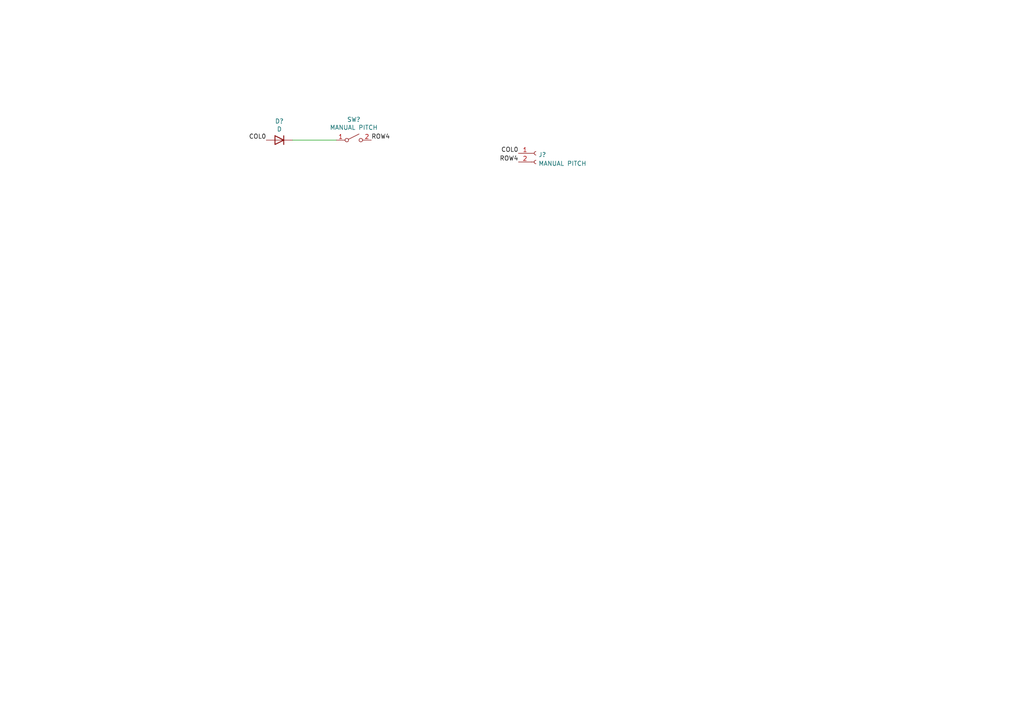
<source format=kicad_sch>
(kicad_sch (version 20211123) (generator eeschema)
  (paper "A4")
  (lib_symbols
    (symbol "Connector:Conn_01x02_Female" (pin_names (offset 1.016) hide)
      (property "Reference" "J" (at 0 2.54 0))
      (property "Value" "Conn_01x02_Female" (at 0 -5.08 0))
      (symbol "Conn_01x02_Female_1_1"
        (arc (start 0 -2.032) (mid -0.508 -2.54) (end 0 -3.048) (stroke (width 0.1524)))
        (polyline (pts (xy -1.27 -2.54) (xy -0.508 -2.54)) (stroke (width 0.1524)))
        (polyline (pts (xy -1.27 0) (xy -0.508 0)) (stroke (width 0.1524)))
        (arc (start 0 0.508) (mid -0.508 0) (end 0 -0.508) (stroke (width 0.1524)))
        (pin passive line (at -5.08 0 0) (length 3.81) (name "Pin_1") (number "1"))
        (pin passive line (at -5.08 -2.54 0) (length 3.81) (name "Pin_2") (number "2"))
      )
    )
    (symbol "Device:D" (pin_numbers hide) (pin_names (offset 1.016) hide)
      (property "Reference" "D" (at 0 2.54 0))
      (property "Value" "D" (at 0 -2.54 0))
      (symbol "D_0_1"
        (polyline (pts (xy -1.27 1.27) (xy -1.27 -1.27)) (stroke (width 0.254)))
        (polyline (pts (xy 1.27 0) (xy -1.27 0)))
        (polyline (pts (xy 1.27 1.27) (xy 1.27 -1.27) (xy -1.27 0) (xy 1.27 1.27)) (stroke (width 0.254)))
      )
      (symbol "D_1_1"
        (pin passive line (at -3.81 0 0) (length 2.54) (name "K") (number "1"))
        (pin passive line (at 3.81 0 180) (length 2.54) (name "A") (number "2"))
      )
    )
    (symbol "Switch:SW_SPST" (pin_names (offset 0) hide)
      (property "Reference" "SW" (at 0 3.175 0))
      (property "Value" "SW_SPST" (at 0 -2.54 0))
      (symbol "SW_SPST_0_0"
        (circle (center -2.032 0) (radius 0.508))
        (polyline (pts (xy -1.524 0.254) (xy 1.524 1.778)))
        (circle (center 2.032 0) (radius 0.508))
      )
      (symbol "SW_SPST_1_1"
        (pin passive line (at -5.08 0 0) (length 2.54) (name "A") (number "1"))
        (pin passive line (at 5.08 0 180) (length 2.54) (name "B") (number "2"))
      )
    )
  )
  (wire (pts (xy 97.536 40.64) (xy 84.836 40.64)))
  (label "COL0" (at 77.216 40.64 180))
  (label "COL0" (at 150.368 44.45 180))
  (label "ROW4" (at 150.368 46.99 180))
  (label "ROW4" (at 107.696 40.64 0))
  (symbol (lib_id "Device:D") (at 81.026 40.64 0) (mirror y) (unit 1)
    (property "Reference" "D?" (at 81.026 35.1536 0))
    (property "Value" "D" (at 81.026 37.465 0))
    (property "Footprint" "PT_Library_v001:D_Signal_P7.62mm_Horizontal" (effects hide))
  )
  (symbol (lib_id "Switch:SW_SPST") (at 102.616 40.64 0) (unit 1)
    (property "Reference" "SW?" (at 102.616 34.671 0))
    (property "Value" "MANUAL PITCH" (at 102.616 36.9824 0))
    (property "Footprint" "PT_Library_v001:Molex_1x02_P2.54mm_Vertical" (effects hide))
  )
  (symbol (lib_id "Connector:Conn_01x02_Female") (at 155.448 44.45 0) (unit 1)
    (property "Reference" "J?" (at 156.1592 44.8853 0) (effects (justify left)))
    (property "Value" "MANUAL PITCH" (at 156.1592 47.4222 0) (effects (justify left)))
  )
)
</source>
